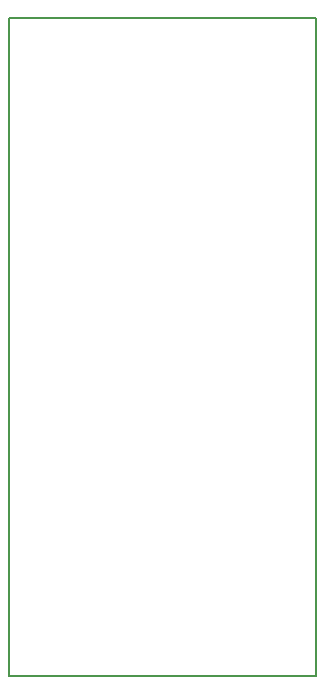
<source format=gbr>
%TF.GenerationSoftware,KiCad,Pcbnew,8.0.3*%
%TF.CreationDate,2025-09-07T10:27:12+08:00*%
%TF.ProjectId,balancing-car,62616c61-6e63-4696-9e67-2d6361722e6b,rev?*%
%TF.SameCoordinates,Original*%
%TF.FileFunction,Profile,NP*%
%FSLAX46Y46*%
G04 Gerber Fmt 4.6, Leading zero omitted, Abs format (unit mm)*
G04 Created by KiCad (PCBNEW 8.0.3) date 2025-09-07 10:27:12*
%MOMM*%
%LPD*%
G01*
G04 APERTURE LIST*
%TA.AperFunction,Profile*%
%ADD10C,0.200000*%
%TD*%
G04 APERTURE END LIST*
D10*
X182245000Y-90297000D02*
X208280000Y-90297000D01*
X208280000Y-146050000D01*
X182245000Y-146050000D01*
X182245000Y-90297000D01*
M02*

</source>
